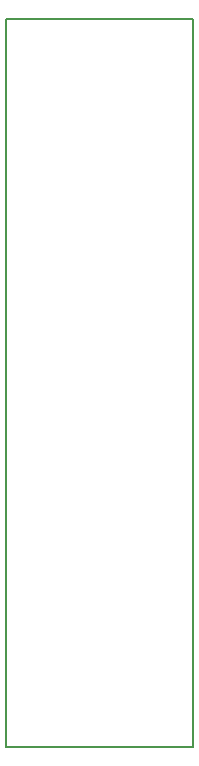
<source format=gko>
G04 #@! TF.FileFunction,Profile,NP*
%FSLAX46Y46*%
G04 Gerber Fmt 4.6, Leading zero omitted, Abs format (unit mm)*
G04 Created by KiCad (PCBNEW 4.0.7-e2-6376~58~ubuntu16.04.1) date Sat Jan 13 09:47:37 2018*
%MOMM*%
%LPD*%
G01*
G04 APERTURE LIST*
%ADD10C,0.100000*%
%ADD11C,0.150000*%
G04 APERTURE END LIST*
D10*
D11*
X130175000Y-75565000D02*
X130175000Y-137160000D01*
X146050000Y-75565000D02*
X130175000Y-75565000D01*
X146050000Y-137160000D02*
X146050000Y-75565000D01*
X130175000Y-137160000D02*
X146050000Y-137160000D01*
M02*

</source>
